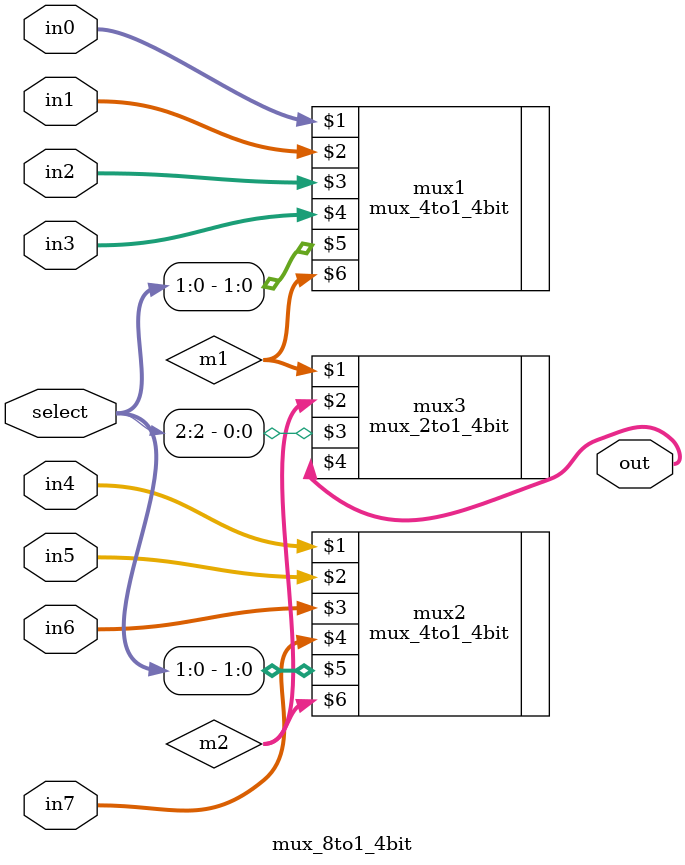
<source format=v>

`include "mux_4to1_4bit.v"
module mux_8to1_4bit(input [3:0]in0,input [3:0]in1,input [3:0]in2,input [3:0]in3,input [3:0]in4,input [3:0]in5,input [3:0]in6,input [3:0]in7,input [2:0]select,output[3:0] out);
wire [3:0]m1,m2,m3;
mux_4to1_4bit mux1(in0,in1,in2,in3,select[1:0],m1);
mux_4to1_4bit mux2(in4,in5,in6,in7,select[1:0],m2);
mux_2to1_4bit mux3(m1,m2,select[2],out);
endmodule
</source>
